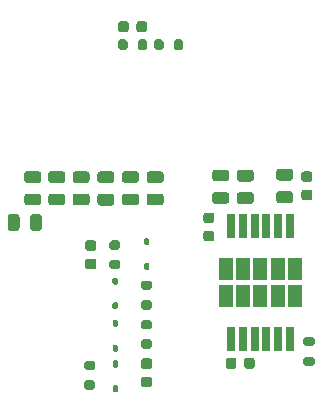
<source format=gtp>
G04 #@! TF.GenerationSoftware,KiCad,Pcbnew,7.0.9-7.0.9~ubuntu22.04.1*
G04 #@! TF.CreationDate,2023-12-29T17:52:02+00:00*
G04 #@! TF.ProjectId,driver_test,64726976-6572-45f7-9465-73742e6b6963,rev?*
G04 #@! TF.SameCoordinates,Original*
G04 #@! TF.FileFunction,Paste,Top*
G04 #@! TF.FilePolarity,Positive*
%FSLAX46Y46*%
G04 Gerber Fmt 4.6, Leading zero omitted, Abs format (unit mm)*
G04 Created by KiCad (PCBNEW 7.0.9-7.0.9~ubuntu22.04.1) date 2023-12-29 17:52:02*
%MOMM*%
%LPD*%
G01*
G04 APERTURE LIST*
%ADD10R,1.160000X1.950000*%
%ADD11R,0.650000X2.000000*%
G04 APERTURE END LIST*
G04 #@! TO.C,R1*
G36*
G01*
X26265000Y3090000D02*
X25715000Y3090000D01*
G75*
G02*
X25515000Y3290000I0J200000D01*
G01*
X25515000Y3690000D01*
G75*
G02*
X25715000Y3890000I200000J0D01*
G01*
X26265000Y3890000D01*
G75*
G02*
X26465000Y3690000I0J-200000D01*
G01*
X26465000Y3290000D01*
G75*
G02*
X26265000Y3090000I-200000J0D01*
G01*
G37*
G36*
G01*
X26265000Y4740000D02*
X25715000Y4740000D01*
G75*
G02*
X25515000Y4940000I0J200000D01*
G01*
X25515000Y5340000D01*
G75*
G02*
X25715000Y5540000I200000J0D01*
G01*
X26265000Y5540000D01*
G75*
G02*
X26465000Y5340000I0J-200000D01*
G01*
X26465000Y4940000D01*
G75*
G02*
X26265000Y4740000I-200000J0D01*
G01*
G37*
G04 #@! TD*
G04 #@! TO.C,C20*
G36*
G01*
X5115000Y16680000D02*
X4165000Y16680000D01*
G75*
G02*
X3915000Y16930000I0J250000D01*
G01*
X3915000Y17430000D01*
G75*
G02*
X4165000Y17680000I250000J0D01*
G01*
X5115000Y17680000D01*
G75*
G02*
X5365000Y17430000I0J-250000D01*
G01*
X5365000Y16930000D01*
G75*
G02*
X5115000Y16680000I-250000J0D01*
G01*
G37*
G36*
G01*
X5115000Y18580000D02*
X4165000Y18580000D01*
G75*
G02*
X3915000Y18830000I0J250000D01*
G01*
X3915000Y19330000D01*
G75*
G02*
X4165000Y19580000I250000J0D01*
G01*
X5115000Y19580000D01*
G75*
G02*
X5365000Y19330000I0J-250000D01*
G01*
X5365000Y18830000D01*
G75*
G02*
X5115000Y18580000I-250000J0D01*
G01*
G37*
G04 #@! TD*
G04 #@! TO.C,C18*
G36*
G01*
X7175000Y16680000D02*
X6225000Y16680000D01*
G75*
G02*
X5975000Y16930000I0J250000D01*
G01*
X5975000Y17430000D01*
G75*
G02*
X6225000Y17680000I250000J0D01*
G01*
X7175000Y17680000D01*
G75*
G02*
X7425000Y17430000I0J-250000D01*
G01*
X7425000Y16930000D01*
G75*
G02*
X7175000Y16680000I-250000J0D01*
G01*
G37*
G36*
G01*
X7175000Y18580000D02*
X6225000Y18580000D01*
G75*
G02*
X5975000Y18830000I0J250000D01*
G01*
X5975000Y19330000D01*
G75*
G02*
X6225000Y19580000I250000J0D01*
G01*
X7175000Y19580000D01*
G75*
G02*
X7425000Y19330000I0J-250000D01*
G01*
X7425000Y18830000D01*
G75*
G02*
X7175000Y18580000I-250000J0D01*
G01*
G37*
G04 #@! TD*
G04 #@! TO.C,C16*
G36*
G01*
X3390000Y15715000D02*
X3390000Y14765000D01*
G75*
G02*
X3140000Y14515000I-250000J0D01*
G01*
X2640000Y14515000D01*
G75*
G02*
X2390000Y14765000I0J250000D01*
G01*
X2390000Y15715000D01*
G75*
G02*
X2640000Y15965000I250000J0D01*
G01*
X3140000Y15965000D01*
G75*
G02*
X3390000Y15715000I0J-250000D01*
G01*
G37*
G36*
G01*
X1490000Y15715000D02*
X1490000Y14765000D01*
G75*
G02*
X1240000Y14515000I-250000J0D01*
G01*
X740000Y14515000D01*
G75*
G02*
X490000Y14765000I0J250000D01*
G01*
X490000Y15715000D01*
G75*
G02*
X740000Y15965000I250000J0D01*
G01*
X1240000Y15965000D01*
G75*
G02*
X1490000Y15715000I0J-250000D01*
G01*
G37*
G04 #@! TD*
G04 #@! TO.C,R6*
G36*
G01*
X15338000Y30554002D02*
X15338000Y30004002D01*
G75*
G02*
X15138000Y29804002I-200000J0D01*
G01*
X14738000Y29804002D01*
G75*
G02*
X14538000Y30004002I0J200000D01*
G01*
X14538000Y30554002D01*
G75*
G02*
X14738000Y30754002I200000J0D01*
G01*
X15138000Y30754002D01*
G75*
G02*
X15338000Y30554002I0J-200000D01*
G01*
G37*
G36*
G01*
X13688000Y30554002D02*
X13688000Y30004002D01*
G75*
G02*
X13488000Y29804002I-200000J0D01*
G01*
X13088000Y29804002D01*
G75*
G02*
X12888000Y30004002I0J200000D01*
G01*
X12888000Y30554002D01*
G75*
G02*
X13088000Y30754002I200000J0D01*
G01*
X13488000Y30754002D01*
G75*
G02*
X13688000Y30554002I0J-200000D01*
G01*
G37*
G04 #@! TD*
G04 #@! TO.C,R7*
G36*
G01*
X12290000Y30554002D02*
X12290000Y30004002D01*
G75*
G02*
X12090000Y29804002I-200000J0D01*
G01*
X11690000Y29804002D01*
G75*
G02*
X11490000Y30004002I0J200000D01*
G01*
X11490000Y30554002D01*
G75*
G02*
X11690000Y30754002I200000J0D01*
G01*
X12090000Y30754002D01*
G75*
G02*
X12290000Y30554002I0J-200000D01*
G01*
G37*
G36*
G01*
X10640000Y30554002D02*
X10640000Y30004002D01*
G75*
G02*
X10440000Y29804002I-200000J0D01*
G01*
X10040000Y29804002D01*
G75*
G02*
X9840000Y30004002I0J200000D01*
G01*
X9840000Y30554002D01*
G75*
G02*
X10040000Y30754002I200000J0D01*
G01*
X10440000Y30754002D01*
G75*
G02*
X10640000Y30554002I0J-200000D01*
G01*
G37*
G04 #@! TD*
G04 #@! TO.C,R4*
G36*
G01*
X11960000Y10315000D02*
X12510000Y10315000D01*
G75*
G02*
X12710000Y10115000I0J-200000D01*
G01*
X12710000Y9715000D01*
G75*
G02*
X12510000Y9515000I-200000J0D01*
G01*
X11960000Y9515000D01*
G75*
G02*
X11760000Y9715000I0J200000D01*
G01*
X11760000Y10115000D01*
G75*
G02*
X11960000Y10315000I200000J0D01*
G01*
G37*
G36*
G01*
X11960000Y8665000D02*
X12510000Y8665000D01*
G75*
G02*
X12710000Y8465000I0J-200000D01*
G01*
X12710000Y8065000D01*
G75*
G02*
X12510000Y7865000I-200000J0D01*
G01*
X11960000Y7865000D01*
G75*
G02*
X11760000Y8065000I0J200000D01*
G01*
X11760000Y8465000D01*
G75*
G02*
X11960000Y8665000I200000J0D01*
G01*
G37*
G04 #@! TD*
G04 #@! TO.C,C22*
G36*
G01*
X21085000Y16800000D02*
X20135000Y16800000D01*
G75*
G02*
X19885000Y17050000I0J250000D01*
G01*
X19885000Y17550000D01*
G75*
G02*
X20135000Y17800000I250000J0D01*
G01*
X21085000Y17800000D01*
G75*
G02*
X21335000Y17550000I0J-250000D01*
G01*
X21335000Y17050000D01*
G75*
G02*
X21085000Y16800000I-250000J0D01*
G01*
G37*
G36*
G01*
X21085000Y18700000D02*
X20135000Y18700000D01*
G75*
G02*
X19885000Y18950000I0J250000D01*
G01*
X19885000Y19450000D01*
G75*
G02*
X20135000Y19700000I250000J0D01*
G01*
X21085000Y19700000D01*
G75*
G02*
X21335000Y19450000I0J-250000D01*
G01*
X21335000Y18950000D01*
G75*
G02*
X21085000Y18700000I-250000J0D01*
G01*
G37*
G04 #@! TD*
G04 #@! TO.C,D3*
G36*
G01*
X12377500Y11200000D02*
X12152500Y11200000D01*
G75*
G02*
X12040000Y11312500I0J112500D01*
G01*
X12040000Y11687500D01*
G75*
G02*
X12152500Y11800000I112500J0D01*
G01*
X12377500Y11800000D01*
G75*
G02*
X12490000Y11687500I0J-112500D01*
G01*
X12490000Y11312500D01*
G75*
G02*
X12377500Y11200000I-112500J0D01*
G01*
G37*
G36*
G01*
X12377500Y13300000D02*
X12152500Y13300000D01*
G75*
G02*
X12040000Y13412500I0J112500D01*
G01*
X12040000Y13787500D01*
G75*
G02*
X12152500Y13900000I112500J0D01*
G01*
X12377500Y13900000D01*
G75*
G02*
X12490000Y13787500I0J-112500D01*
G01*
X12490000Y13412500D01*
G75*
G02*
X12377500Y13300000I-112500J0D01*
G01*
G37*
G04 #@! TD*
G04 #@! TO.C,D2*
G36*
G01*
X9482500Y7000000D02*
X9707500Y7000000D01*
G75*
G02*
X9820000Y6887500I0J-112500D01*
G01*
X9820000Y6512500D01*
G75*
G02*
X9707500Y6400000I-112500J0D01*
G01*
X9482500Y6400000D01*
G75*
G02*
X9370000Y6512500I0J112500D01*
G01*
X9370000Y6887500D01*
G75*
G02*
X9482500Y7000000I112500J0D01*
G01*
G37*
G36*
G01*
X9482500Y4900000D02*
X9707500Y4900000D01*
G75*
G02*
X9820000Y4787500I0J-112500D01*
G01*
X9820000Y4412500D01*
G75*
G02*
X9707500Y4300000I-112500J0D01*
G01*
X9482500Y4300000D01*
G75*
G02*
X9370000Y4412500I0J112500D01*
G01*
X9370000Y4787500D01*
G75*
G02*
X9482500Y4900000I112500J0D01*
G01*
G37*
G04 #@! TD*
G04 #@! TO.C,C13*
G36*
G01*
X21405000Y3560000D02*
X21405000Y3060000D01*
G75*
G02*
X21180000Y2835000I-225000J0D01*
G01*
X20730000Y2835000D01*
G75*
G02*
X20505000Y3060000I0J225000D01*
G01*
X20505000Y3560000D01*
G75*
G02*
X20730000Y3785000I225000J0D01*
G01*
X21180000Y3785000D01*
G75*
G02*
X21405000Y3560000I0J-225000D01*
G01*
G37*
G36*
G01*
X19855000Y3560000D02*
X19855000Y3060000D01*
G75*
G02*
X19630000Y2835000I-225000J0D01*
G01*
X19180000Y2835000D01*
G75*
G02*
X18955000Y3060000I0J225000D01*
G01*
X18955000Y3560000D01*
G75*
G02*
X19180000Y3785000I225000J0D01*
G01*
X19630000Y3785000D01*
G75*
G02*
X19855000Y3560000I0J-225000D01*
G01*
G37*
G04 #@! TD*
G04 #@! TO.C,C2*
G36*
G01*
X7265000Y13725000D02*
X7765000Y13725000D01*
G75*
G02*
X7990000Y13500000I0J-225000D01*
G01*
X7990000Y13050000D01*
G75*
G02*
X7765000Y12825000I-225000J0D01*
G01*
X7265000Y12825000D01*
G75*
G02*
X7040000Y13050000I0J225000D01*
G01*
X7040000Y13500000D01*
G75*
G02*
X7265000Y13725000I225000J0D01*
G01*
G37*
G36*
G01*
X7265000Y12175000D02*
X7765000Y12175000D01*
G75*
G02*
X7990000Y11950000I0J-225000D01*
G01*
X7990000Y11500000D01*
G75*
G02*
X7765000Y11275000I-225000J0D01*
G01*
X7265000Y11275000D01*
G75*
G02*
X7040000Y11500000I0J225000D01*
G01*
X7040000Y11950000D01*
G75*
G02*
X7265000Y12175000I225000J0D01*
G01*
G37*
G04 #@! TD*
G04 #@! TO.C,C15*
G36*
G01*
X3085000Y16680000D02*
X2135000Y16680000D01*
G75*
G02*
X1885000Y16930000I0J250000D01*
G01*
X1885000Y17430000D01*
G75*
G02*
X2135000Y17680000I250000J0D01*
G01*
X3085000Y17680000D01*
G75*
G02*
X3335000Y17430000I0J-250000D01*
G01*
X3335000Y16930000D01*
G75*
G02*
X3085000Y16680000I-250000J0D01*
G01*
G37*
G36*
G01*
X3085000Y18580000D02*
X2135000Y18580000D01*
G75*
G02*
X1885000Y18830000I0J250000D01*
G01*
X1885000Y19330000D01*
G75*
G02*
X2135000Y19580000I250000J0D01*
G01*
X3085000Y19580000D01*
G75*
G02*
X3335000Y19330000I0J-250000D01*
G01*
X3335000Y18830000D01*
G75*
G02*
X3085000Y18580000I-250000J0D01*
G01*
G37*
G04 #@! TD*
G04 #@! TO.C,D1*
G36*
G01*
X9697500Y7880000D02*
X9472500Y7880000D01*
G75*
G02*
X9360000Y7992500I0J112500D01*
G01*
X9360000Y8367500D01*
G75*
G02*
X9472500Y8480000I112500J0D01*
G01*
X9697500Y8480000D01*
G75*
G02*
X9810000Y8367500I0J-112500D01*
G01*
X9810000Y7992500D01*
G75*
G02*
X9697500Y7880000I-112500J0D01*
G01*
G37*
G36*
G01*
X9697500Y9980000D02*
X9472500Y9980000D01*
G75*
G02*
X9360000Y10092500I0J112500D01*
G01*
X9360000Y10467500D01*
G75*
G02*
X9472500Y10580000I112500J0D01*
G01*
X9697500Y10580000D01*
G75*
G02*
X9810000Y10467500I0J-112500D01*
G01*
X9810000Y10092500D01*
G75*
G02*
X9697500Y9980000I-112500J0D01*
G01*
G37*
G04 #@! TD*
D10*
G04 #@! TO.C,U2*
X24805000Y11295000D03*
X23345000Y11295000D03*
X21885000Y11295000D03*
X20425000Y11295000D03*
X18965000Y11295000D03*
X24805000Y9045000D03*
X23345000Y9045000D03*
X21885000Y9045000D03*
X20425000Y9045000D03*
X18965000Y9045000D03*
D11*
X24385000Y14970000D03*
X23385000Y14970000D03*
X22385000Y14970000D03*
X21385000Y14970000D03*
X20385000Y14970000D03*
X19385000Y14970000D03*
X19385000Y5370000D03*
X20385000Y5370000D03*
X21385000Y5370000D03*
X22385000Y5370000D03*
X23385000Y5370000D03*
X24385000Y5370000D03*
G04 #@! TD*
G04 #@! TO.C,C1*
G36*
G01*
X13445000Y16680000D02*
X12495000Y16680000D01*
G75*
G02*
X12245000Y16930000I0J250000D01*
G01*
X12245000Y17430000D01*
G75*
G02*
X12495000Y17680000I250000J0D01*
G01*
X13445000Y17680000D01*
G75*
G02*
X13695000Y17430000I0J-250000D01*
G01*
X13695000Y16930000D01*
G75*
G02*
X13445000Y16680000I-250000J0D01*
G01*
G37*
G36*
G01*
X13445000Y18580000D02*
X12495000Y18580000D01*
G75*
G02*
X12245000Y18830000I0J250000D01*
G01*
X12245000Y19330000D01*
G75*
G02*
X12495000Y19580000I250000J0D01*
G01*
X13445000Y19580000D01*
G75*
G02*
X13695000Y19330000I0J-250000D01*
G01*
X13695000Y18830000D01*
G75*
G02*
X13445000Y18580000I-250000J0D01*
G01*
G37*
G04 #@! TD*
G04 #@! TO.C,C12*
G36*
G01*
X17270000Y16080000D02*
X17770000Y16080000D01*
G75*
G02*
X17995000Y15855000I0J-225000D01*
G01*
X17995000Y15405000D01*
G75*
G02*
X17770000Y15180000I-225000J0D01*
G01*
X17270000Y15180000D01*
G75*
G02*
X17045000Y15405000I0J225000D01*
G01*
X17045000Y15855000D01*
G75*
G02*
X17270000Y16080000I225000J0D01*
G01*
G37*
G36*
G01*
X17270000Y14530000D02*
X17770000Y14530000D01*
G75*
G02*
X17995000Y14305000I0J-225000D01*
G01*
X17995000Y13855000D01*
G75*
G02*
X17770000Y13630000I-225000J0D01*
G01*
X17270000Y13630000D01*
G75*
G02*
X17045000Y13855000I0J225000D01*
G01*
X17045000Y14305000D01*
G75*
G02*
X17270000Y14530000I225000J0D01*
G01*
G37*
G04 #@! TD*
G04 #@! TO.C,C21*
G36*
G01*
X9265000Y16670000D02*
X8315000Y16670000D01*
G75*
G02*
X8065000Y16920000I0J250000D01*
G01*
X8065000Y17420000D01*
G75*
G02*
X8315000Y17670000I250000J0D01*
G01*
X9265000Y17670000D01*
G75*
G02*
X9515000Y17420000I0J-250000D01*
G01*
X9515000Y16920000D01*
G75*
G02*
X9265000Y16670000I-250000J0D01*
G01*
G37*
G36*
G01*
X9265000Y18570000D02*
X8315000Y18570000D01*
G75*
G02*
X8065000Y18820000I0J250000D01*
G01*
X8065000Y19320000D01*
G75*
G02*
X8315000Y19570000I250000J0D01*
G01*
X9265000Y19570000D01*
G75*
G02*
X9515000Y19320000I0J-250000D01*
G01*
X9515000Y18820000D01*
G75*
G02*
X9265000Y18570000I-250000J0D01*
G01*
G37*
G04 #@! TD*
G04 #@! TO.C,C3*
G36*
G01*
X12495000Y1285000D02*
X11995000Y1285000D01*
G75*
G02*
X11770000Y1510000I0J225000D01*
G01*
X11770000Y1960000D01*
G75*
G02*
X11995000Y2185000I225000J0D01*
G01*
X12495000Y2185000D01*
G75*
G02*
X12720000Y1960000I0J-225000D01*
G01*
X12720000Y1510000D01*
G75*
G02*
X12495000Y1285000I-225000J0D01*
G01*
G37*
G36*
G01*
X12495000Y2835000D02*
X11995000Y2835000D01*
G75*
G02*
X11770000Y3060000I0J225000D01*
G01*
X11770000Y3510000D01*
G75*
G02*
X11995000Y3735000I225000J0D01*
G01*
X12495000Y3735000D01*
G75*
G02*
X12720000Y3510000I0J-225000D01*
G01*
X12720000Y3060000D01*
G75*
G02*
X12495000Y2835000I-225000J0D01*
G01*
G37*
G04 #@! TD*
G04 #@! TO.C,R2*
G36*
G01*
X12510000Y4540000D02*
X11960000Y4540000D01*
G75*
G02*
X11760000Y4740000I0J200000D01*
G01*
X11760000Y5140000D01*
G75*
G02*
X11960000Y5340000I200000J0D01*
G01*
X12510000Y5340000D01*
G75*
G02*
X12710000Y5140000I0J-200000D01*
G01*
X12710000Y4740000D01*
G75*
G02*
X12510000Y4540000I-200000J0D01*
G01*
G37*
G36*
G01*
X12510000Y6190000D02*
X11960000Y6190000D01*
G75*
G02*
X11760000Y6390000I0J200000D01*
G01*
X11760000Y6790000D01*
G75*
G02*
X11960000Y6990000I200000J0D01*
G01*
X12510000Y6990000D01*
G75*
G02*
X12710000Y6790000I0J-200000D01*
G01*
X12710000Y6390000D01*
G75*
G02*
X12510000Y6190000I-200000J0D01*
G01*
G37*
G04 #@! TD*
G04 #@! TO.C,C14*
G36*
G01*
X11355000Y16680000D02*
X10405000Y16680000D01*
G75*
G02*
X10155000Y16930000I0J250000D01*
G01*
X10155000Y17430000D01*
G75*
G02*
X10405000Y17680000I250000J0D01*
G01*
X11355000Y17680000D01*
G75*
G02*
X11605000Y17430000I0J-250000D01*
G01*
X11605000Y16930000D01*
G75*
G02*
X11355000Y16680000I-250000J0D01*
G01*
G37*
G36*
G01*
X11355000Y18580000D02*
X10405000Y18580000D01*
G75*
G02*
X10155000Y18830000I0J250000D01*
G01*
X10155000Y19330000D01*
G75*
G02*
X10405000Y19580000I250000J0D01*
G01*
X11355000Y19580000D01*
G75*
G02*
X11605000Y19330000I0J-250000D01*
G01*
X11605000Y18830000D01*
G75*
G02*
X11355000Y18580000I-250000J0D01*
G01*
G37*
G04 #@! TD*
G04 #@! TO.C,D4*
G36*
G01*
X9512500Y3560000D02*
X9737500Y3560000D01*
G75*
G02*
X9850000Y3447500I0J-112500D01*
G01*
X9850000Y3072500D01*
G75*
G02*
X9737500Y2960000I-112500J0D01*
G01*
X9512500Y2960000D01*
G75*
G02*
X9400000Y3072500I0J112500D01*
G01*
X9400000Y3447500D01*
G75*
G02*
X9512500Y3560000I112500J0D01*
G01*
G37*
G36*
G01*
X9512500Y1460000D02*
X9737500Y1460000D01*
G75*
G02*
X9850000Y1347500I0J-112500D01*
G01*
X9850000Y972500D01*
G75*
G02*
X9737500Y860000I-112500J0D01*
G01*
X9512500Y860000D01*
G75*
G02*
X9400000Y972500I0J112500D01*
G01*
X9400000Y1347500D01*
G75*
G02*
X9512500Y1460000I112500J0D01*
G01*
G37*
G04 #@! TD*
G04 #@! TO.C,C4*
G36*
G01*
X9840000Y31553002D02*
X9840000Y32053002D01*
G75*
G02*
X10065000Y32278002I225000J0D01*
G01*
X10515000Y32278002D01*
G75*
G02*
X10740000Y32053002I0J-225000D01*
G01*
X10740000Y31553002D01*
G75*
G02*
X10515000Y31328002I-225000J0D01*
G01*
X10065000Y31328002D01*
G75*
G02*
X9840000Y31553002I0J225000D01*
G01*
G37*
G36*
G01*
X11390000Y31553002D02*
X11390000Y32053002D01*
G75*
G02*
X11615000Y32278002I225000J0D01*
G01*
X12065000Y32278002D01*
G75*
G02*
X12290000Y32053002I0J-225000D01*
G01*
X12290000Y31553002D01*
G75*
G02*
X12065000Y31328002I-225000J0D01*
G01*
X11615000Y31328002D01*
G75*
G02*
X11390000Y31553002I0J225000D01*
G01*
G37*
G04 #@! TD*
G04 #@! TO.C,R5*
G36*
G01*
X9280000Y13715000D02*
X9830000Y13715000D01*
G75*
G02*
X10030000Y13515000I0J-200000D01*
G01*
X10030000Y13115000D01*
G75*
G02*
X9830000Y12915000I-200000J0D01*
G01*
X9280000Y12915000D01*
G75*
G02*
X9080000Y13115000I0J200000D01*
G01*
X9080000Y13515000D01*
G75*
G02*
X9280000Y13715000I200000J0D01*
G01*
G37*
G36*
G01*
X9280000Y12065000D02*
X9830000Y12065000D01*
G75*
G02*
X10030000Y11865000I0J-200000D01*
G01*
X10030000Y11465000D01*
G75*
G02*
X9830000Y11265000I-200000J0D01*
G01*
X9280000Y11265000D01*
G75*
G02*
X9080000Y11465000I0J200000D01*
G01*
X9080000Y11865000D01*
G75*
G02*
X9280000Y12065000I200000J0D01*
G01*
G37*
G04 #@! TD*
G04 #@! TO.C,C11*
G36*
G01*
X26060000Y17115000D02*
X25560000Y17115000D01*
G75*
G02*
X25335000Y17340000I0J225000D01*
G01*
X25335000Y17790000D01*
G75*
G02*
X25560000Y18015000I225000J0D01*
G01*
X26060000Y18015000D01*
G75*
G02*
X26285000Y17790000I0J-225000D01*
G01*
X26285000Y17340000D01*
G75*
G02*
X26060000Y17115000I-225000J0D01*
G01*
G37*
G36*
G01*
X26060000Y18665000D02*
X25560000Y18665000D01*
G75*
G02*
X25335000Y18890000I0J225000D01*
G01*
X25335000Y19340000D01*
G75*
G02*
X25560000Y19565000I225000J0D01*
G01*
X26060000Y19565000D01*
G75*
G02*
X26285000Y19340000I0J-225000D01*
G01*
X26285000Y18890000D01*
G75*
G02*
X26060000Y18665000I-225000J0D01*
G01*
G37*
G04 #@! TD*
G04 #@! TO.C,C19*
G36*
G01*
X18995000Y16810000D02*
X18045000Y16810000D01*
G75*
G02*
X17795000Y17060000I0J250000D01*
G01*
X17795000Y17560000D01*
G75*
G02*
X18045000Y17810000I250000J0D01*
G01*
X18995000Y17810000D01*
G75*
G02*
X19245000Y17560000I0J-250000D01*
G01*
X19245000Y17060000D01*
G75*
G02*
X18995000Y16810000I-250000J0D01*
G01*
G37*
G36*
G01*
X18995000Y18710000D02*
X18045000Y18710000D01*
G75*
G02*
X17795000Y18960000I0J250000D01*
G01*
X17795000Y19460000D01*
G75*
G02*
X18045000Y19710000I250000J0D01*
G01*
X18995000Y19710000D01*
G75*
G02*
X19245000Y19460000I0J-250000D01*
G01*
X19245000Y18960000D01*
G75*
G02*
X18995000Y18710000I-250000J0D01*
G01*
G37*
G04 #@! TD*
G04 #@! TO.C,R3*
G36*
G01*
X7700000Y1075000D02*
X7150000Y1075000D01*
G75*
G02*
X6950000Y1275000I0J200000D01*
G01*
X6950000Y1675000D01*
G75*
G02*
X7150000Y1875000I200000J0D01*
G01*
X7700000Y1875000D01*
G75*
G02*
X7900000Y1675000I0J-200000D01*
G01*
X7900000Y1275000D01*
G75*
G02*
X7700000Y1075000I-200000J0D01*
G01*
G37*
G36*
G01*
X7700000Y2725000D02*
X7150000Y2725000D01*
G75*
G02*
X6950000Y2925000I0J200000D01*
G01*
X6950000Y3325000D01*
G75*
G02*
X7150000Y3525000I200000J0D01*
G01*
X7700000Y3525000D01*
G75*
G02*
X7900000Y3325000I0J-200000D01*
G01*
X7900000Y2925000D01*
G75*
G02*
X7700000Y2725000I-200000J0D01*
G01*
G37*
G04 #@! TD*
G04 #@! TO.C,C17*
G36*
G01*
X24405000Y16880000D02*
X23455000Y16880000D01*
G75*
G02*
X23205000Y17130000I0J250000D01*
G01*
X23205000Y17630000D01*
G75*
G02*
X23455000Y17880000I250000J0D01*
G01*
X24405000Y17880000D01*
G75*
G02*
X24655000Y17630000I0J-250000D01*
G01*
X24655000Y17130000D01*
G75*
G02*
X24405000Y16880000I-250000J0D01*
G01*
G37*
G36*
G01*
X24405000Y18780000D02*
X23455000Y18780000D01*
G75*
G02*
X23205000Y19030000I0J250000D01*
G01*
X23205000Y19530000D01*
G75*
G02*
X23455000Y19780000I250000J0D01*
G01*
X24405000Y19780000D01*
G75*
G02*
X24655000Y19530000I0J-250000D01*
G01*
X24655000Y19030000D01*
G75*
G02*
X24405000Y18780000I-250000J0D01*
G01*
G37*
G04 #@! TD*
M02*

</source>
